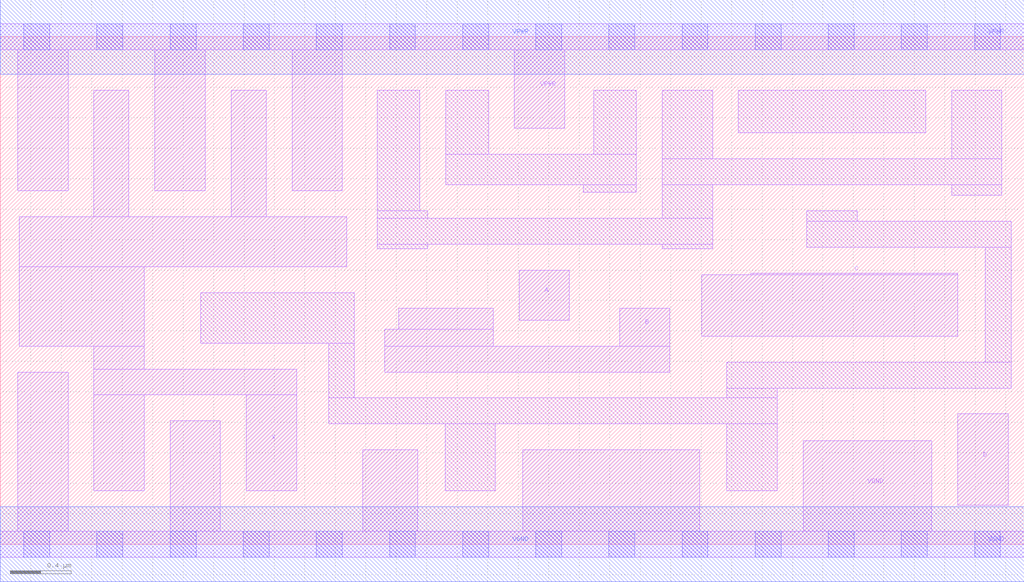
<source format=lef>
# Copyright 2020 The SkyWater PDK Authors
#
# Licensed under the Apache License, Version 2.0 (the "License");
# you may not use this file except in compliance with the License.
# You may obtain a copy of the License at
#
#     https://www.apache.org/licenses/LICENSE-2.0
#
# Unless required by applicable law or agreed to in writing, software
# distributed under the License is distributed on an "AS IS" BASIS,
# WITHOUT WARRANTIES OR CONDITIONS OF ANY KIND, either express or implied.
# See the License for the specific language governing permissions and
# limitations under the License.
#
# SPDX-License-Identifier: Apache-2.0

VERSION 5.7 ;
  NAMESCASESENSITIVE ON ;
  NOWIREEXTENSIONATPIN ON ;
  DIVIDERCHAR "/" ;
  BUSBITCHARS "[]" ;
UNITS
  DATABASE MICRONS 200 ;
END UNITS
MACRO sky130_fd_sc_ls__or4_4
  CLASS CORE ;
  SOURCE USER ;
  FOREIGN sky130_fd_sc_ls__or4_4 ;
  ORIGIN  0.000000  0.000000 ;
  SIZE  6.720000 BY  3.330000 ;
  SYMMETRY X Y ;
  SITE unit ;
  PIN A
    ANTENNAGATEAREA  0.411000 ;
    DIRECTION INPUT ;
    USE SIGNAL ;
    PORT
      LAYER li1 ;
        RECT 3.405000 1.470000 3.735000 1.800000 ;
    END
  END A
  PIN B
    ANTENNAGATEAREA  0.411000 ;
    DIRECTION INPUT ;
    USE SIGNAL ;
    PORT
      LAYER li1 ;
        RECT 2.525000 1.130000 4.395000 1.300000 ;
        RECT 2.525000 1.300000 3.235000 1.410000 ;
        RECT 2.615000 1.410000 3.235000 1.550000 ;
        RECT 4.065000 1.300000 4.395000 1.550000 ;
    END
  END B
  PIN C
    ANTENNAGATEAREA  0.411000 ;
    DIRECTION INPUT ;
    USE SIGNAL ;
    PORT
      LAYER li1 ;
        RECT 4.605000 1.365000 6.285000 1.770000 ;
        RECT 4.925000 1.770000 6.285000 1.780000 ;
    END
  END C
  PIN D
    ANTENNAGATEAREA  0.411000 ;
    DIRECTION INPUT ;
    USE SIGNAL ;
    PORT
      LAYER li1 ;
        RECT 6.285000 0.255000 6.615000 0.855000 ;
    END
  END D
  PIN X
    ANTENNADIFFAREA  1.326900 ;
    DIRECTION OUTPUT ;
    USE SIGNAL ;
    PORT
      LAYER li1 ;
        RECT 0.125000 1.300000 0.945000 1.820000 ;
        RECT 0.125000 1.820000 2.275000 2.150000 ;
        RECT 0.615000 0.350000 0.945000 0.980000 ;
        RECT 0.615000 0.980000 1.945000 1.150000 ;
        RECT 0.615000 1.150000 0.945000 1.300000 ;
        RECT 0.615000 2.150000 0.845000 2.980000 ;
        RECT 1.515000 2.150000 1.745000 2.980000 ;
        RECT 1.615000 0.350000 1.945000 0.980000 ;
    END
  END X
  PIN VGND
    DIRECTION INOUT ;
    SHAPE ABUTMENT ;
    USE GROUND ;
    PORT
      LAYER li1 ;
        RECT 0.000000 -0.085000 6.720000 0.085000 ;
        RECT 0.115000  0.085000 0.445000 1.130000 ;
        RECT 1.115000  0.085000 1.445000 0.810000 ;
        RECT 2.380000  0.085000 2.740000 0.620000 ;
        RECT 3.430000  0.085000 4.590000 0.620000 ;
        RECT 5.270000  0.085000 6.115000 0.680000 ;
      LAYER mcon ;
        RECT 0.155000 -0.085000 0.325000 0.085000 ;
        RECT 0.635000 -0.085000 0.805000 0.085000 ;
        RECT 1.115000 -0.085000 1.285000 0.085000 ;
        RECT 1.595000 -0.085000 1.765000 0.085000 ;
        RECT 2.075000 -0.085000 2.245000 0.085000 ;
        RECT 2.555000 -0.085000 2.725000 0.085000 ;
        RECT 3.035000 -0.085000 3.205000 0.085000 ;
        RECT 3.515000 -0.085000 3.685000 0.085000 ;
        RECT 3.995000 -0.085000 4.165000 0.085000 ;
        RECT 4.475000 -0.085000 4.645000 0.085000 ;
        RECT 4.955000 -0.085000 5.125000 0.085000 ;
        RECT 5.435000 -0.085000 5.605000 0.085000 ;
        RECT 5.915000 -0.085000 6.085000 0.085000 ;
        RECT 6.395000 -0.085000 6.565000 0.085000 ;
      LAYER met1 ;
        RECT 0.000000 -0.245000 6.720000 0.245000 ;
    END
  END VGND
  PIN VPWR
    DIRECTION INOUT ;
    SHAPE ABUTMENT ;
    USE POWER ;
    PORT
      LAYER li1 ;
        RECT 0.000000 3.245000 6.720000 3.415000 ;
        RECT 0.115000 2.320000 0.445000 3.245000 ;
        RECT 1.015000 2.320000 1.345000 3.245000 ;
        RECT 1.915000 2.320000 2.245000 3.245000 ;
        RECT 3.375000 2.730000 3.705000 3.245000 ;
      LAYER mcon ;
        RECT 0.155000 3.245000 0.325000 3.415000 ;
        RECT 0.635000 3.245000 0.805000 3.415000 ;
        RECT 1.115000 3.245000 1.285000 3.415000 ;
        RECT 1.595000 3.245000 1.765000 3.415000 ;
        RECT 2.075000 3.245000 2.245000 3.415000 ;
        RECT 2.555000 3.245000 2.725000 3.415000 ;
        RECT 3.035000 3.245000 3.205000 3.415000 ;
        RECT 3.515000 3.245000 3.685000 3.415000 ;
        RECT 3.995000 3.245000 4.165000 3.415000 ;
        RECT 4.475000 3.245000 4.645000 3.415000 ;
        RECT 4.955000 3.245000 5.125000 3.415000 ;
        RECT 5.435000 3.245000 5.605000 3.415000 ;
        RECT 5.915000 3.245000 6.085000 3.415000 ;
        RECT 6.395000 3.245000 6.565000 3.415000 ;
      LAYER met1 ;
        RECT 0.000000 3.085000 6.720000 3.575000 ;
    END
  END VPWR
  OBS
    LAYER li1 ;
      RECT 1.315000 1.320000 2.325000 1.650000 ;
      RECT 2.155000 0.790000 5.100000 0.960000 ;
      RECT 2.155000 0.960000 2.325000 1.320000 ;
      RECT 2.475000 1.940000 2.805000 1.970000 ;
      RECT 2.475000 1.970000 4.675000 2.140000 ;
      RECT 2.475000 2.140000 2.805000 2.190000 ;
      RECT 2.475000 2.190000 2.755000 2.980000 ;
      RECT 2.920000 0.350000 3.250000 0.790000 ;
      RECT 2.925000 2.360000 4.175000 2.560000 ;
      RECT 2.925000 2.560000 3.205000 2.980000 ;
      RECT 3.825000 2.310000 4.175000 2.360000 ;
      RECT 3.895000 2.560000 4.175000 2.980000 ;
      RECT 4.345000 1.940000 4.675000 1.970000 ;
      RECT 4.345000 2.140000 4.675000 2.360000 ;
      RECT 4.345000 2.360000 6.575000 2.530000 ;
      RECT 4.345000 2.530000 4.675000 2.980000 ;
      RECT 4.770000 0.350000 5.100000 0.790000 ;
      RECT 4.770000 0.960000 5.100000 1.025000 ;
      RECT 4.770000 1.025000 6.635000 1.195000 ;
      RECT 4.845000 2.700000 6.075000 2.980000 ;
      RECT 5.295000 1.950000 6.635000 2.120000 ;
      RECT 5.295000 2.120000 5.625000 2.190000 ;
      RECT 6.245000 2.290000 6.575000 2.360000 ;
      RECT 6.245000 2.530000 6.575000 2.980000 ;
      RECT 6.465000 1.195000 6.635000 1.950000 ;
  END
END sky130_fd_sc_ls__or4_4

</source>
